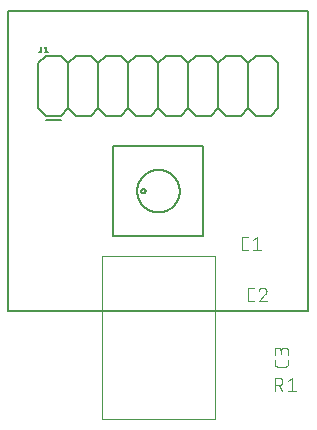
<source format=gbr>
G04 EAGLE Gerber RS-274X export*
G75*
%MOMM*%
%FSLAX34Y34*%
%LPD*%
%INSilkscreen Top*%
%IPPOS*%
%AMOC8*
5,1,8,0,0,1.08239X$1,22.5*%
G01*
%ADD10C,0.050000*%
%ADD11C,0.203200*%
%ADD12C,0.152400*%
%ADD13C,0.127000*%
%ADD14C,0.101600*%


D10*
X180850Y9740D02*
X85850Y9740D01*
X85850Y147740D01*
X180850Y147740D01*
X180850Y9740D01*
D11*
X50800Y266700D02*
X57150Y273050D01*
X63500Y266700D01*
X76200Y266700D02*
X82550Y273050D01*
X88900Y266700D01*
X101600Y266700D02*
X107950Y273050D01*
X114300Y266700D01*
X127000Y266700D02*
X133350Y273050D01*
X139700Y266700D01*
X152400Y266700D02*
X158750Y273050D01*
X165100Y266700D01*
X177800Y266700D02*
X184150Y273050D01*
X50800Y317500D02*
X38100Y317500D01*
X50800Y317500D02*
X57150Y311150D01*
X63500Y317500D01*
X76200Y317500D01*
X82550Y311150D01*
X88900Y317500D01*
X101600Y317500D01*
X107950Y311150D01*
X114300Y317500D01*
X127000Y317500D01*
X133350Y311150D01*
X139700Y317500D01*
X152400Y317500D01*
X158750Y311150D01*
X165100Y317500D01*
X177800Y317500D01*
X184150Y311150D01*
X57150Y311150D02*
X57150Y273050D01*
X82550Y273050D02*
X82550Y311150D01*
X107950Y311150D02*
X107950Y273050D01*
X133350Y273050D02*
X133350Y311150D01*
X158750Y311150D02*
X158750Y273050D01*
X184150Y273050D02*
X184150Y311150D01*
X177800Y266700D02*
X165100Y266700D01*
X152400Y266700D02*
X139700Y266700D01*
X127000Y266700D02*
X114300Y266700D01*
X101600Y266700D02*
X88900Y266700D01*
X76200Y266700D02*
X63500Y266700D01*
X50800Y266700D02*
X38100Y266700D01*
X38100Y262890D02*
X50800Y262890D01*
X38100Y266700D02*
X31750Y273050D01*
X31750Y311150D01*
X38100Y317500D01*
D12*
X6350Y355600D02*
X260350Y355600D01*
X260350Y101600D01*
X6350Y101600D01*
X6350Y355600D01*
D11*
X184150Y273050D02*
X190500Y266700D01*
X203200Y266700D02*
X209550Y273050D01*
X184150Y311150D02*
X190500Y317500D01*
X203200Y317500D01*
X209550Y311150D01*
X209550Y273050D01*
X203200Y266700D02*
X190500Y266700D01*
X209550Y273050D02*
X215900Y266700D01*
X228600Y266700D02*
X234950Y273050D01*
X209550Y311150D02*
X215900Y317500D01*
X228600Y317500D01*
X234950Y311150D01*
X234950Y273050D01*
X228600Y266700D02*
X215900Y266700D01*
D13*
X33994Y321747D02*
X33994Y325501D01*
X33993Y321747D02*
X33991Y321682D01*
X33985Y321618D01*
X33975Y321554D01*
X33962Y321490D01*
X33944Y321428D01*
X33923Y321367D01*
X33899Y321307D01*
X33870Y321249D01*
X33838Y321192D01*
X33803Y321138D01*
X33765Y321086D01*
X33723Y321036D01*
X33679Y320989D01*
X33632Y320945D01*
X33582Y320903D01*
X33530Y320865D01*
X33476Y320830D01*
X33419Y320798D01*
X33361Y320769D01*
X33301Y320745D01*
X33240Y320724D01*
X33178Y320706D01*
X33114Y320693D01*
X33050Y320683D01*
X32986Y320677D01*
X32921Y320675D01*
X32385Y320675D01*
X36942Y324429D02*
X38282Y325501D01*
X38282Y320675D01*
X36942Y320675D02*
X39623Y320675D01*
D14*
X206304Y152908D02*
X208901Y152908D01*
X206304Y152908D02*
X206205Y152910D01*
X206105Y152916D01*
X206006Y152925D01*
X205908Y152938D01*
X205810Y152955D01*
X205712Y152976D01*
X205616Y153001D01*
X205521Y153029D01*
X205427Y153061D01*
X205334Y153096D01*
X205242Y153135D01*
X205152Y153178D01*
X205064Y153223D01*
X204977Y153273D01*
X204893Y153325D01*
X204810Y153381D01*
X204730Y153439D01*
X204652Y153501D01*
X204577Y153566D01*
X204504Y153634D01*
X204434Y153704D01*
X204366Y153777D01*
X204301Y153852D01*
X204239Y153930D01*
X204181Y154010D01*
X204125Y154093D01*
X204073Y154177D01*
X204023Y154264D01*
X203978Y154352D01*
X203935Y154442D01*
X203896Y154534D01*
X203861Y154627D01*
X203829Y154721D01*
X203801Y154816D01*
X203776Y154912D01*
X203755Y155010D01*
X203738Y155108D01*
X203725Y155206D01*
X203716Y155305D01*
X203710Y155405D01*
X203708Y155504D01*
X203708Y161996D01*
X203710Y162095D01*
X203716Y162195D01*
X203725Y162294D01*
X203738Y162392D01*
X203755Y162490D01*
X203776Y162588D01*
X203801Y162684D01*
X203829Y162779D01*
X203861Y162873D01*
X203896Y162966D01*
X203935Y163058D01*
X203978Y163148D01*
X204023Y163236D01*
X204073Y163323D01*
X204125Y163407D01*
X204181Y163490D01*
X204239Y163570D01*
X204301Y163648D01*
X204366Y163723D01*
X204434Y163796D01*
X204504Y163866D01*
X204577Y163934D01*
X204652Y163999D01*
X204730Y164061D01*
X204810Y164119D01*
X204893Y164175D01*
X204977Y164227D01*
X205064Y164277D01*
X205152Y164322D01*
X205242Y164365D01*
X205334Y164404D01*
X205426Y164439D01*
X205521Y164471D01*
X205616Y164499D01*
X205712Y164524D01*
X205810Y164545D01*
X205908Y164562D01*
X206006Y164575D01*
X206105Y164584D01*
X206205Y164590D01*
X206304Y164592D01*
X208901Y164592D01*
X213266Y161996D02*
X216512Y164592D01*
X216512Y152908D01*
X219757Y152908D02*
X213266Y152908D01*
X213981Y109728D02*
X211384Y109728D01*
X211285Y109730D01*
X211185Y109736D01*
X211086Y109745D01*
X210988Y109758D01*
X210890Y109775D01*
X210792Y109796D01*
X210696Y109821D01*
X210601Y109849D01*
X210507Y109881D01*
X210414Y109916D01*
X210322Y109955D01*
X210232Y109998D01*
X210144Y110043D01*
X210057Y110093D01*
X209973Y110145D01*
X209890Y110201D01*
X209810Y110259D01*
X209732Y110321D01*
X209657Y110386D01*
X209584Y110454D01*
X209514Y110524D01*
X209446Y110597D01*
X209381Y110672D01*
X209319Y110750D01*
X209261Y110830D01*
X209205Y110913D01*
X209153Y110997D01*
X209103Y111084D01*
X209058Y111172D01*
X209015Y111262D01*
X208976Y111354D01*
X208941Y111447D01*
X208909Y111541D01*
X208881Y111636D01*
X208856Y111732D01*
X208835Y111830D01*
X208818Y111928D01*
X208805Y112026D01*
X208796Y112125D01*
X208790Y112225D01*
X208788Y112324D01*
X208788Y118816D01*
X208790Y118915D01*
X208796Y119015D01*
X208805Y119114D01*
X208818Y119212D01*
X208835Y119310D01*
X208856Y119408D01*
X208881Y119504D01*
X208909Y119599D01*
X208941Y119693D01*
X208976Y119786D01*
X209015Y119878D01*
X209058Y119968D01*
X209103Y120056D01*
X209153Y120143D01*
X209205Y120227D01*
X209261Y120310D01*
X209319Y120390D01*
X209381Y120468D01*
X209446Y120543D01*
X209514Y120616D01*
X209584Y120686D01*
X209657Y120754D01*
X209732Y120819D01*
X209810Y120881D01*
X209890Y120939D01*
X209973Y120995D01*
X210057Y121047D01*
X210144Y121097D01*
X210232Y121142D01*
X210322Y121185D01*
X210414Y121224D01*
X210506Y121259D01*
X210601Y121291D01*
X210696Y121319D01*
X210792Y121344D01*
X210890Y121365D01*
X210988Y121382D01*
X211086Y121395D01*
X211185Y121404D01*
X211285Y121410D01*
X211384Y121412D01*
X213981Y121412D01*
X221916Y121412D02*
X222023Y121410D01*
X222129Y121404D01*
X222235Y121394D01*
X222341Y121381D01*
X222447Y121363D01*
X222551Y121342D01*
X222655Y121317D01*
X222758Y121288D01*
X222859Y121256D01*
X222959Y121219D01*
X223058Y121179D01*
X223156Y121136D01*
X223252Y121089D01*
X223346Y121038D01*
X223438Y120984D01*
X223528Y120927D01*
X223616Y120867D01*
X223701Y120803D01*
X223784Y120736D01*
X223865Y120666D01*
X223943Y120594D01*
X224019Y120518D01*
X224091Y120440D01*
X224161Y120359D01*
X224228Y120276D01*
X224292Y120191D01*
X224352Y120103D01*
X224409Y120013D01*
X224463Y119921D01*
X224514Y119827D01*
X224561Y119731D01*
X224604Y119633D01*
X224644Y119534D01*
X224681Y119434D01*
X224713Y119333D01*
X224742Y119230D01*
X224767Y119126D01*
X224788Y119022D01*
X224806Y118916D01*
X224819Y118810D01*
X224829Y118704D01*
X224835Y118598D01*
X224837Y118491D01*
X221916Y121412D02*
X221795Y121410D01*
X221674Y121404D01*
X221554Y121394D01*
X221433Y121381D01*
X221314Y121363D01*
X221194Y121342D01*
X221076Y121317D01*
X220959Y121288D01*
X220842Y121255D01*
X220727Y121219D01*
X220613Y121178D01*
X220500Y121135D01*
X220388Y121087D01*
X220279Y121036D01*
X220171Y120981D01*
X220064Y120923D01*
X219960Y120862D01*
X219858Y120797D01*
X219758Y120729D01*
X219660Y120658D01*
X219564Y120584D01*
X219471Y120507D01*
X219381Y120426D01*
X219293Y120343D01*
X219208Y120257D01*
X219125Y120168D01*
X219046Y120077D01*
X218969Y119983D01*
X218896Y119887D01*
X218826Y119789D01*
X218759Y119688D01*
X218695Y119585D01*
X218635Y119480D01*
X218578Y119373D01*
X218524Y119265D01*
X218474Y119155D01*
X218428Y119043D01*
X218385Y118930D01*
X218346Y118815D01*
X223864Y116219D02*
X223943Y116296D01*
X224019Y116377D01*
X224092Y116460D01*
X224162Y116545D01*
X224229Y116633D01*
X224293Y116723D01*
X224353Y116815D01*
X224410Y116910D01*
X224464Y117006D01*
X224515Y117104D01*
X224562Y117204D01*
X224606Y117306D01*
X224646Y117409D01*
X224682Y117513D01*
X224714Y117619D01*
X224743Y117725D01*
X224768Y117833D01*
X224790Y117941D01*
X224807Y118051D01*
X224821Y118160D01*
X224830Y118270D01*
X224836Y118381D01*
X224838Y118491D01*
X223864Y116219D02*
X218346Y109728D01*
X224837Y109728D01*
X243332Y59756D02*
X243332Y57159D01*
X243330Y57060D01*
X243324Y56960D01*
X243315Y56861D01*
X243302Y56763D01*
X243285Y56665D01*
X243264Y56567D01*
X243239Y56471D01*
X243211Y56376D01*
X243179Y56282D01*
X243144Y56189D01*
X243105Y56097D01*
X243062Y56007D01*
X243017Y55919D01*
X242967Y55832D01*
X242915Y55748D01*
X242859Y55665D01*
X242801Y55585D01*
X242739Y55507D01*
X242674Y55432D01*
X242606Y55359D01*
X242536Y55289D01*
X242463Y55221D01*
X242388Y55156D01*
X242310Y55094D01*
X242230Y55036D01*
X242147Y54980D01*
X242063Y54928D01*
X241976Y54878D01*
X241888Y54833D01*
X241798Y54790D01*
X241706Y54751D01*
X241613Y54716D01*
X241519Y54684D01*
X241424Y54656D01*
X241328Y54631D01*
X241230Y54610D01*
X241132Y54593D01*
X241034Y54580D01*
X240935Y54571D01*
X240835Y54565D01*
X240736Y54563D01*
X234244Y54563D01*
X234244Y54562D02*
X234145Y54564D01*
X234045Y54570D01*
X233946Y54579D01*
X233848Y54592D01*
X233750Y54610D01*
X233652Y54630D01*
X233556Y54655D01*
X233460Y54683D01*
X233366Y54715D01*
X233273Y54750D01*
X233182Y54789D01*
X233092Y54832D01*
X233003Y54877D01*
X232917Y54927D01*
X232832Y54979D01*
X232750Y55035D01*
X232670Y55094D01*
X232592Y55155D01*
X232516Y55220D01*
X232443Y55288D01*
X232373Y55358D01*
X232305Y55431D01*
X232240Y55507D01*
X232179Y55585D01*
X232120Y55665D01*
X232064Y55747D01*
X232012Y55832D01*
X231963Y55918D01*
X231917Y56007D01*
X231874Y56097D01*
X231835Y56188D01*
X231800Y56281D01*
X231768Y56375D01*
X231740Y56471D01*
X231715Y56567D01*
X231695Y56665D01*
X231677Y56763D01*
X231664Y56861D01*
X231655Y56960D01*
X231649Y57059D01*
X231647Y57159D01*
X231648Y57159D02*
X231648Y59756D01*
X243332Y64121D02*
X243332Y67366D01*
X243330Y67479D01*
X243324Y67592D01*
X243314Y67705D01*
X243300Y67818D01*
X243283Y67930D01*
X243261Y68041D01*
X243236Y68151D01*
X243206Y68261D01*
X243173Y68369D01*
X243136Y68476D01*
X243096Y68582D01*
X243051Y68686D01*
X243003Y68789D01*
X242952Y68890D01*
X242897Y68989D01*
X242839Y69086D01*
X242777Y69181D01*
X242712Y69274D01*
X242644Y69364D01*
X242573Y69452D01*
X242498Y69538D01*
X242421Y69621D01*
X242341Y69701D01*
X242258Y69778D01*
X242172Y69853D01*
X242084Y69924D01*
X241994Y69992D01*
X241901Y70057D01*
X241806Y70119D01*
X241709Y70177D01*
X241610Y70232D01*
X241509Y70283D01*
X241406Y70331D01*
X241302Y70376D01*
X241196Y70416D01*
X241089Y70453D01*
X240981Y70486D01*
X240871Y70516D01*
X240761Y70541D01*
X240650Y70563D01*
X240538Y70580D01*
X240425Y70594D01*
X240312Y70604D01*
X240199Y70610D01*
X240086Y70612D01*
X239973Y70610D01*
X239860Y70604D01*
X239747Y70594D01*
X239634Y70580D01*
X239522Y70563D01*
X239411Y70541D01*
X239301Y70516D01*
X239191Y70486D01*
X239083Y70453D01*
X238976Y70416D01*
X238870Y70376D01*
X238766Y70331D01*
X238663Y70283D01*
X238562Y70232D01*
X238463Y70177D01*
X238366Y70119D01*
X238271Y70057D01*
X238178Y69992D01*
X238088Y69924D01*
X238000Y69853D01*
X237914Y69778D01*
X237831Y69701D01*
X237751Y69621D01*
X237674Y69538D01*
X237599Y69452D01*
X237528Y69364D01*
X237460Y69274D01*
X237395Y69181D01*
X237333Y69086D01*
X237275Y68989D01*
X237220Y68890D01*
X237169Y68789D01*
X237121Y68686D01*
X237076Y68582D01*
X237036Y68476D01*
X236999Y68369D01*
X236966Y68261D01*
X236936Y68151D01*
X236911Y68041D01*
X236889Y67930D01*
X236872Y67818D01*
X236858Y67705D01*
X236848Y67592D01*
X236842Y67479D01*
X236840Y67366D01*
X231648Y68016D02*
X231648Y64121D01*
X231648Y68016D02*
X231650Y68117D01*
X231656Y68217D01*
X231666Y68317D01*
X231679Y68417D01*
X231697Y68516D01*
X231718Y68615D01*
X231743Y68712D01*
X231772Y68809D01*
X231805Y68904D01*
X231841Y68998D01*
X231881Y69090D01*
X231924Y69181D01*
X231971Y69270D01*
X232021Y69357D01*
X232075Y69443D01*
X232132Y69526D01*
X232192Y69606D01*
X232255Y69685D01*
X232322Y69761D01*
X232391Y69834D01*
X232463Y69904D01*
X232537Y69972D01*
X232614Y70037D01*
X232694Y70098D01*
X232776Y70157D01*
X232860Y70212D01*
X232946Y70264D01*
X233034Y70313D01*
X233124Y70358D01*
X233216Y70400D01*
X233309Y70438D01*
X233404Y70472D01*
X233499Y70503D01*
X233596Y70530D01*
X233694Y70553D01*
X233793Y70573D01*
X233893Y70588D01*
X233993Y70600D01*
X234093Y70608D01*
X234194Y70612D01*
X234294Y70612D01*
X234395Y70608D01*
X234495Y70600D01*
X234595Y70588D01*
X234695Y70573D01*
X234794Y70553D01*
X234892Y70530D01*
X234989Y70503D01*
X235084Y70472D01*
X235179Y70438D01*
X235272Y70400D01*
X235364Y70358D01*
X235454Y70313D01*
X235542Y70264D01*
X235628Y70212D01*
X235712Y70157D01*
X235794Y70098D01*
X235874Y70037D01*
X235951Y69972D01*
X236025Y69904D01*
X236097Y69834D01*
X236166Y69761D01*
X236233Y69685D01*
X236296Y69606D01*
X236356Y69526D01*
X236413Y69443D01*
X236467Y69357D01*
X236517Y69270D01*
X236564Y69181D01*
X236607Y69090D01*
X236647Y68998D01*
X236683Y68904D01*
X236716Y68809D01*
X236745Y68712D01*
X236770Y68615D01*
X236791Y68516D01*
X236809Y68417D01*
X236822Y68317D01*
X236832Y68217D01*
X236838Y68117D01*
X236840Y68016D01*
X236841Y68016D02*
X236841Y65419D01*
X231648Y45212D02*
X231648Y33528D01*
X231648Y45212D02*
X234894Y45212D01*
X235007Y45210D01*
X235120Y45204D01*
X235233Y45194D01*
X235346Y45180D01*
X235458Y45163D01*
X235569Y45141D01*
X235679Y45116D01*
X235789Y45086D01*
X235897Y45053D01*
X236004Y45016D01*
X236110Y44976D01*
X236214Y44931D01*
X236317Y44883D01*
X236418Y44832D01*
X236517Y44777D01*
X236614Y44719D01*
X236709Y44657D01*
X236802Y44592D01*
X236892Y44524D01*
X236980Y44453D01*
X237066Y44378D01*
X237149Y44301D01*
X237229Y44221D01*
X237306Y44138D01*
X237381Y44052D01*
X237452Y43964D01*
X237520Y43874D01*
X237585Y43781D01*
X237647Y43686D01*
X237705Y43589D01*
X237760Y43490D01*
X237811Y43389D01*
X237859Y43286D01*
X237904Y43182D01*
X237944Y43076D01*
X237981Y42969D01*
X238014Y42861D01*
X238044Y42751D01*
X238069Y42641D01*
X238091Y42530D01*
X238108Y42418D01*
X238122Y42305D01*
X238132Y42192D01*
X238138Y42079D01*
X238140Y41966D01*
X238138Y41853D01*
X238132Y41740D01*
X238122Y41627D01*
X238108Y41514D01*
X238091Y41402D01*
X238069Y41291D01*
X238044Y41181D01*
X238014Y41071D01*
X237981Y40963D01*
X237944Y40856D01*
X237904Y40750D01*
X237859Y40646D01*
X237811Y40543D01*
X237760Y40442D01*
X237705Y40343D01*
X237647Y40246D01*
X237585Y40151D01*
X237520Y40058D01*
X237452Y39968D01*
X237381Y39880D01*
X237306Y39794D01*
X237229Y39711D01*
X237149Y39631D01*
X237066Y39554D01*
X236980Y39479D01*
X236892Y39408D01*
X236802Y39340D01*
X236709Y39275D01*
X236614Y39213D01*
X236517Y39155D01*
X236418Y39100D01*
X236317Y39049D01*
X236214Y39001D01*
X236110Y38956D01*
X236004Y38916D01*
X235897Y38879D01*
X235789Y38846D01*
X235679Y38816D01*
X235569Y38791D01*
X235458Y38769D01*
X235346Y38752D01*
X235233Y38738D01*
X235120Y38728D01*
X235007Y38722D01*
X234894Y38720D01*
X234894Y38721D02*
X231648Y38721D01*
X235543Y38721D02*
X238139Y33528D01*
X243004Y42616D02*
X246250Y45212D01*
X246250Y33528D01*
X249495Y33528D02*
X243004Y33528D01*
D12*
X115389Y203200D02*
X115394Y203641D01*
X115411Y204081D01*
X115438Y204521D01*
X115475Y204960D01*
X115524Y205399D01*
X115583Y205835D01*
X115653Y206271D01*
X115734Y206704D01*
X115825Y207135D01*
X115927Y207564D01*
X116040Y207990D01*
X116162Y208414D01*
X116296Y208834D01*
X116439Y209251D01*
X116593Y209664D01*
X116756Y210073D01*
X116930Y210479D01*
X117113Y210879D01*
X117307Y211275D01*
X117510Y211667D01*
X117722Y212053D01*
X117944Y212434D01*
X118176Y212809D01*
X118416Y213179D01*
X118665Y213542D01*
X118924Y213899D01*
X119191Y214250D01*
X119466Y214594D01*
X119750Y214932D01*
X120042Y215262D01*
X120342Y215585D01*
X120650Y215900D01*
X120965Y216208D01*
X121288Y216508D01*
X121618Y216800D01*
X121956Y217084D01*
X122300Y217359D01*
X122651Y217626D01*
X123008Y217885D01*
X123371Y218134D01*
X123741Y218374D01*
X124116Y218606D01*
X124497Y218828D01*
X124883Y219040D01*
X125275Y219243D01*
X125671Y219437D01*
X126071Y219620D01*
X126477Y219794D01*
X126886Y219957D01*
X127299Y220111D01*
X127716Y220254D01*
X128136Y220388D01*
X128560Y220510D01*
X128986Y220623D01*
X129415Y220725D01*
X129846Y220816D01*
X130279Y220897D01*
X130715Y220967D01*
X131151Y221026D01*
X131590Y221075D01*
X132029Y221112D01*
X132469Y221139D01*
X132909Y221156D01*
X133350Y221161D01*
X133791Y221156D01*
X134231Y221139D01*
X134671Y221112D01*
X135110Y221075D01*
X135549Y221026D01*
X135985Y220967D01*
X136421Y220897D01*
X136854Y220816D01*
X137285Y220725D01*
X137714Y220623D01*
X138140Y220510D01*
X138564Y220388D01*
X138984Y220254D01*
X139401Y220111D01*
X139814Y219957D01*
X140223Y219794D01*
X140629Y219620D01*
X141029Y219437D01*
X141425Y219243D01*
X141817Y219040D01*
X142203Y218828D01*
X142584Y218606D01*
X142959Y218374D01*
X143329Y218134D01*
X143692Y217885D01*
X144049Y217626D01*
X144400Y217359D01*
X144744Y217084D01*
X145082Y216800D01*
X145412Y216508D01*
X145735Y216208D01*
X146050Y215900D01*
X146358Y215585D01*
X146658Y215262D01*
X146950Y214932D01*
X147234Y214594D01*
X147509Y214250D01*
X147776Y213899D01*
X148035Y213542D01*
X148284Y213179D01*
X148524Y212809D01*
X148756Y212434D01*
X148978Y212053D01*
X149190Y211667D01*
X149393Y211275D01*
X149587Y210879D01*
X149770Y210479D01*
X149944Y210073D01*
X150107Y209664D01*
X150261Y209251D01*
X150404Y208834D01*
X150538Y208414D01*
X150660Y207990D01*
X150773Y207564D01*
X150875Y207135D01*
X150966Y206704D01*
X151047Y206271D01*
X151117Y205835D01*
X151176Y205399D01*
X151225Y204960D01*
X151262Y204521D01*
X151289Y204081D01*
X151306Y203641D01*
X151311Y203200D01*
X151306Y202759D01*
X151289Y202319D01*
X151262Y201879D01*
X151225Y201440D01*
X151176Y201001D01*
X151117Y200565D01*
X151047Y200129D01*
X150966Y199696D01*
X150875Y199265D01*
X150773Y198836D01*
X150660Y198410D01*
X150538Y197986D01*
X150404Y197566D01*
X150261Y197149D01*
X150107Y196736D01*
X149944Y196327D01*
X149770Y195921D01*
X149587Y195521D01*
X149393Y195125D01*
X149190Y194733D01*
X148978Y194347D01*
X148756Y193966D01*
X148524Y193591D01*
X148284Y193221D01*
X148035Y192858D01*
X147776Y192501D01*
X147509Y192150D01*
X147234Y191806D01*
X146950Y191468D01*
X146658Y191138D01*
X146358Y190815D01*
X146050Y190500D01*
X145735Y190192D01*
X145412Y189892D01*
X145082Y189600D01*
X144744Y189316D01*
X144400Y189041D01*
X144049Y188774D01*
X143692Y188515D01*
X143329Y188266D01*
X142959Y188026D01*
X142584Y187794D01*
X142203Y187572D01*
X141817Y187360D01*
X141425Y187157D01*
X141029Y186963D01*
X140629Y186780D01*
X140223Y186606D01*
X139814Y186443D01*
X139401Y186289D01*
X138984Y186146D01*
X138564Y186012D01*
X138140Y185890D01*
X137714Y185777D01*
X137285Y185675D01*
X136854Y185584D01*
X136421Y185503D01*
X135985Y185433D01*
X135549Y185374D01*
X135110Y185325D01*
X134671Y185288D01*
X134231Y185261D01*
X133791Y185244D01*
X133350Y185239D01*
X132909Y185244D01*
X132469Y185261D01*
X132029Y185288D01*
X131590Y185325D01*
X131151Y185374D01*
X130715Y185433D01*
X130279Y185503D01*
X129846Y185584D01*
X129415Y185675D01*
X128986Y185777D01*
X128560Y185890D01*
X128136Y186012D01*
X127716Y186146D01*
X127299Y186289D01*
X126886Y186443D01*
X126477Y186606D01*
X126071Y186780D01*
X125671Y186963D01*
X125275Y187157D01*
X124883Y187360D01*
X124497Y187572D01*
X124116Y187794D01*
X123741Y188026D01*
X123371Y188266D01*
X123008Y188515D01*
X122651Y188774D01*
X122300Y189041D01*
X121956Y189316D01*
X121618Y189600D01*
X121288Y189892D01*
X120965Y190192D01*
X120650Y190500D01*
X120342Y190815D01*
X120042Y191138D01*
X119750Y191468D01*
X119466Y191806D01*
X119191Y192150D01*
X118924Y192501D01*
X118665Y192858D01*
X118416Y193221D01*
X118176Y193591D01*
X117944Y193966D01*
X117722Y194347D01*
X117510Y194733D01*
X117307Y195125D01*
X117113Y195521D01*
X116930Y195921D01*
X116756Y196327D01*
X116593Y196736D01*
X116439Y197149D01*
X116296Y197566D01*
X116162Y197986D01*
X116040Y198410D01*
X115927Y198836D01*
X115825Y199265D01*
X115734Y199696D01*
X115653Y200129D01*
X115583Y200565D01*
X115524Y201001D01*
X115475Y201440D01*
X115438Y201879D01*
X115411Y202319D01*
X115394Y202759D01*
X115389Y203200D01*
X118854Y203200D02*
X118856Y203284D01*
X118862Y203368D01*
X118872Y203452D01*
X118885Y203535D01*
X118903Y203617D01*
X118925Y203699D01*
X118950Y203779D01*
X118979Y203858D01*
X119012Y203936D01*
X119048Y204012D01*
X119088Y204086D01*
X119131Y204158D01*
X119177Y204228D01*
X119227Y204296D01*
X119280Y204362D01*
X119336Y204425D01*
X119395Y204485D01*
X119457Y204542D01*
X119521Y204597D01*
X119588Y204648D01*
X119657Y204696D01*
X119728Y204741D01*
X119801Y204783D01*
X119876Y204821D01*
X119953Y204855D01*
X120031Y204886D01*
X120111Y204913D01*
X120192Y204937D01*
X120274Y204956D01*
X120357Y204972D01*
X120440Y204984D01*
X120524Y204992D01*
X120608Y204996D01*
X120692Y204996D01*
X120776Y204992D01*
X120860Y204984D01*
X120943Y204972D01*
X121026Y204956D01*
X121108Y204937D01*
X121189Y204913D01*
X121269Y204886D01*
X121347Y204855D01*
X121424Y204821D01*
X121499Y204783D01*
X121572Y204741D01*
X121643Y204696D01*
X121712Y204648D01*
X121779Y204597D01*
X121843Y204542D01*
X121905Y204485D01*
X121964Y204425D01*
X122020Y204362D01*
X122073Y204296D01*
X122123Y204228D01*
X122169Y204158D01*
X122212Y204086D01*
X122252Y204012D01*
X122288Y203936D01*
X122321Y203858D01*
X122350Y203779D01*
X122375Y203699D01*
X122397Y203617D01*
X122415Y203535D01*
X122428Y203452D01*
X122438Y203368D01*
X122444Y203284D01*
X122446Y203200D01*
X122444Y203116D01*
X122438Y203032D01*
X122428Y202948D01*
X122415Y202865D01*
X122397Y202783D01*
X122375Y202701D01*
X122350Y202621D01*
X122321Y202542D01*
X122288Y202464D01*
X122252Y202388D01*
X122212Y202314D01*
X122169Y202242D01*
X122123Y202172D01*
X122073Y202104D01*
X122020Y202038D01*
X121964Y201975D01*
X121905Y201915D01*
X121843Y201858D01*
X121779Y201803D01*
X121712Y201752D01*
X121643Y201704D01*
X121572Y201659D01*
X121499Y201617D01*
X121424Y201579D01*
X121347Y201545D01*
X121269Y201514D01*
X121189Y201487D01*
X121108Y201463D01*
X121026Y201444D01*
X120943Y201428D01*
X120860Y201416D01*
X120776Y201408D01*
X120692Y201404D01*
X120608Y201404D01*
X120524Y201408D01*
X120440Y201416D01*
X120357Y201428D01*
X120274Y201444D01*
X120192Y201463D01*
X120111Y201487D01*
X120031Y201514D01*
X119953Y201545D01*
X119876Y201579D01*
X119801Y201617D01*
X119728Y201659D01*
X119657Y201704D01*
X119588Y201752D01*
X119521Y201803D01*
X119457Y201858D01*
X119395Y201915D01*
X119336Y201975D01*
X119280Y202038D01*
X119227Y202104D01*
X119177Y202172D01*
X119131Y202242D01*
X119088Y202314D01*
X119048Y202388D01*
X119012Y202464D01*
X118979Y202542D01*
X118950Y202621D01*
X118925Y202701D01*
X118903Y202783D01*
X118885Y202865D01*
X118872Y202948D01*
X118862Y203032D01*
X118856Y203116D01*
X118854Y203200D01*
X95250Y241300D02*
X171450Y241300D01*
X171450Y165100D01*
X95250Y165100D01*
X95250Y241300D01*
M02*

</source>
